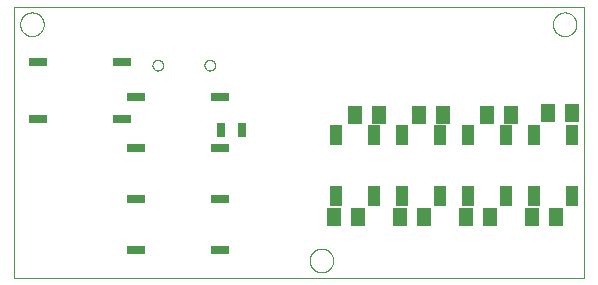
<source format=gtp>
G75*
%MOIN*%
%OFA0B0*%
%FSLAX25Y25*%
%IPPOS*%
%LPD*%
%AMOC8*
5,1,8,0,0,1.08239X$1,22.5*
%
%ADD10C,0.00000*%
%ADD11R,0.03937X0.06500*%
%ADD12R,0.03150X0.04724*%
%ADD13R,0.05118X0.05906*%
%ADD14R,0.06000X0.03000*%
D10*
X0001250Y0006360D02*
X0001250Y0096911D01*
X0191250Y0096911D01*
X0191250Y0006360D01*
X0001250Y0006360D01*
X0099675Y0012266D02*
X0099677Y0012391D01*
X0099683Y0012516D01*
X0099693Y0012640D01*
X0099707Y0012764D01*
X0099724Y0012888D01*
X0099746Y0013011D01*
X0099772Y0013133D01*
X0099801Y0013255D01*
X0099834Y0013375D01*
X0099872Y0013494D01*
X0099912Y0013613D01*
X0099957Y0013729D01*
X0100005Y0013844D01*
X0100057Y0013958D01*
X0100113Y0014070D01*
X0100172Y0014180D01*
X0100234Y0014288D01*
X0100300Y0014395D01*
X0100369Y0014499D01*
X0100442Y0014600D01*
X0100517Y0014700D01*
X0100596Y0014797D01*
X0100678Y0014891D01*
X0100763Y0014983D01*
X0100850Y0015072D01*
X0100941Y0015158D01*
X0101034Y0015241D01*
X0101130Y0015322D01*
X0101228Y0015399D01*
X0101328Y0015473D01*
X0101431Y0015544D01*
X0101536Y0015611D01*
X0101644Y0015676D01*
X0101753Y0015736D01*
X0101864Y0015794D01*
X0101977Y0015847D01*
X0102091Y0015897D01*
X0102207Y0015944D01*
X0102324Y0015986D01*
X0102443Y0016025D01*
X0102563Y0016061D01*
X0102684Y0016092D01*
X0102806Y0016120D01*
X0102928Y0016143D01*
X0103052Y0016163D01*
X0103176Y0016179D01*
X0103300Y0016191D01*
X0103425Y0016199D01*
X0103550Y0016203D01*
X0103674Y0016203D01*
X0103799Y0016199D01*
X0103924Y0016191D01*
X0104048Y0016179D01*
X0104172Y0016163D01*
X0104296Y0016143D01*
X0104418Y0016120D01*
X0104540Y0016092D01*
X0104661Y0016061D01*
X0104781Y0016025D01*
X0104900Y0015986D01*
X0105017Y0015944D01*
X0105133Y0015897D01*
X0105247Y0015847D01*
X0105360Y0015794D01*
X0105471Y0015736D01*
X0105581Y0015676D01*
X0105688Y0015611D01*
X0105793Y0015544D01*
X0105896Y0015473D01*
X0105996Y0015399D01*
X0106094Y0015322D01*
X0106190Y0015241D01*
X0106283Y0015158D01*
X0106374Y0015072D01*
X0106461Y0014983D01*
X0106546Y0014891D01*
X0106628Y0014797D01*
X0106707Y0014700D01*
X0106782Y0014600D01*
X0106855Y0014499D01*
X0106924Y0014395D01*
X0106990Y0014288D01*
X0107052Y0014180D01*
X0107111Y0014070D01*
X0107167Y0013958D01*
X0107219Y0013844D01*
X0107267Y0013729D01*
X0107312Y0013613D01*
X0107352Y0013494D01*
X0107390Y0013375D01*
X0107423Y0013255D01*
X0107452Y0013133D01*
X0107478Y0013011D01*
X0107500Y0012888D01*
X0107517Y0012764D01*
X0107531Y0012640D01*
X0107541Y0012516D01*
X0107547Y0012391D01*
X0107549Y0012266D01*
X0107547Y0012141D01*
X0107541Y0012016D01*
X0107531Y0011892D01*
X0107517Y0011768D01*
X0107500Y0011644D01*
X0107478Y0011521D01*
X0107452Y0011399D01*
X0107423Y0011277D01*
X0107390Y0011157D01*
X0107352Y0011038D01*
X0107312Y0010919D01*
X0107267Y0010803D01*
X0107219Y0010688D01*
X0107167Y0010574D01*
X0107111Y0010462D01*
X0107052Y0010352D01*
X0106990Y0010244D01*
X0106924Y0010137D01*
X0106855Y0010033D01*
X0106782Y0009932D01*
X0106707Y0009832D01*
X0106628Y0009735D01*
X0106546Y0009641D01*
X0106461Y0009549D01*
X0106374Y0009460D01*
X0106283Y0009374D01*
X0106190Y0009291D01*
X0106094Y0009210D01*
X0105996Y0009133D01*
X0105896Y0009059D01*
X0105793Y0008988D01*
X0105688Y0008921D01*
X0105580Y0008856D01*
X0105471Y0008796D01*
X0105360Y0008738D01*
X0105247Y0008685D01*
X0105133Y0008635D01*
X0105017Y0008588D01*
X0104900Y0008546D01*
X0104781Y0008507D01*
X0104661Y0008471D01*
X0104540Y0008440D01*
X0104418Y0008412D01*
X0104296Y0008389D01*
X0104172Y0008369D01*
X0104048Y0008353D01*
X0103924Y0008341D01*
X0103799Y0008333D01*
X0103674Y0008329D01*
X0103550Y0008329D01*
X0103425Y0008333D01*
X0103300Y0008341D01*
X0103176Y0008353D01*
X0103052Y0008369D01*
X0102928Y0008389D01*
X0102806Y0008412D01*
X0102684Y0008440D01*
X0102563Y0008471D01*
X0102443Y0008507D01*
X0102324Y0008546D01*
X0102207Y0008588D01*
X0102091Y0008635D01*
X0101977Y0008685D01*
X0101864Y0008738D01*
X0101753Y0008796D01*
X0101643Y0008856D01*
X0101536Y0008921D01*
X0101431Y0008988D01*
X0101328Y0009059D01*
X0101228Y0009133D01*
X0101130Y0009210D01*
X0101034Y0009291D01*
X0100941Y0009374D01*
X0100850Y0009460D01*
X0100763Y0009549D01*
X0100678Y0009641D01*
X0100596Y0009735D01*
X0100517Y0009832D01*
X0100442Y0009932D01*
X0100369Y0010033D01*
X0100300Y0010137D01*
X0100234Y0010244D01*
X0100172Y0010352D01*
X0100113Y0010462D01*
X0100057Y0010574D01*
X0100005Y0010688D01*
X0099957Y0010803D01*
X0099912Y0010919D01*
X0099872Y0011038D01*
X0099834Y0011157D01*
X0099801Y0011277D01*
X0099772Y0011399D01*
X0099746Y0011521D01*
X0099724Y0011644D01*
X0099707Y0011768D01*
X0099693Y0011892D01*
X0099683Y0012016D01*
X0099677Y0012141D01*
X0099675Y0012266D01*
X0064639Y0077360D02*
X0064641Y0077444D01*
X0064647Y0077527D01*
X0064657Y0077610D01*
X0064671Y0077693D01*
X0064688Y0077775D01*
X0064710Y0077856D01*
X0064735Y0077935D01*
X0064764Y0078014D01*
X0064797Y0078091D01*
X0064833Y0078166D01*
X0064873Y0078240D01*
X0064916Y0078312D01*
X0064963Y0078381D01*
X0065013Y0078448D01*
X0065066Y0078513D01*
X0065122Y0078575D01*
X0065180Y0078635D01*
X0065242Y0078692D01*
X0065306Y0078745D01*
X0065373Y0078796D01*
X0065442Y0078843D01*
X0065513Y0078888D01*
X0065586Y0078928D01*
X0065661Y0078965D01*
X0065738Y0078999D01*
X0065816Y0079029D01*
X0065895Y0079055D01*
X0065976Y0079078D01*
X0066058Y0079096D01*
X0066140Y0079111D01*
X0066223Y0079122D01*
X0066306Y0079129D01*
X0066390Y0079132D01*
X0066474Y0079131D01*
X0066557Y0079126D01*
X0066641Y0079117D01*
X0066723Y0079104D01*
X0066805Y0079088D01*
X0066886Y0079067D01*
X0066967Y0079043D01*
X0067045Y0079015D01*
X0067123Y0078983D01*
X0067199Y0078947D01*
X0067273Y0078908D01*
X0067345Y0078866D01*
X0067415Y0078820D01*
X0067483Y0078771D01*
X0067548Y0078719D01*
X0067611Y0078664D01*
X0067671Y0078606D01*
X0067729Y0078545D01*
X0067783Y0078481D01*
X0067835Y0078415D01*
X0067883Y0078347D01*
X0067928Y0078276D01*
X0067969Y0078203D01*
X0068008Y0078129D01*
X0068042Y0078053D01*
X0068073Y0077975D01*
X0068100Y0077896D01*
X0068124Y0077815D01*
X0068143Y0077734D01*
X0068159Y0077652D01*
X0068171Y0077569D01*
X0068179Y0077485D01*
X0068183Y0077402D01*
X0068183Y0077318D01*
X0068179Y0077235D01*
X0068171Y0077151D01*
X0068159Y0077068D01*
X0068143Y0076986D01*
X0068124Y0076905D01*
X0068100Y0076824D01*
X0068073Y0076745D01*
X0068042Y0076667D01*
X0068008Y0076591D01*
X0067969Y0076517D01*
X0067928Y0076444D01*
X0067883Y0076373D01*
X0067835Y0076305D01*
X0067783Y0076239D01*
X0067729Y0076175D01*
X0067671Y0076114D01*
X0067611Y0076056D01*
X0067548Y0076001D01*
X0067483Y0075949D01*
X0067415Y0075900D01*
X0067345Y0075854D01*
X0067273Y0075812D01*
X0067199Y0075773D01*
X0067123Y0075737D01*
X0067045Y0075705D01*
X0066967Y0075677D01*
X0066886Y0075653D01*
X0066805Y0075632D01*
X0066723Y0075616D01*
X0066641Y0075603D01*
X0066557Y0075594D01*
X0066474Y0075589D01*
X0066390Y0075588D01*
X0066306Y0075591D01*
X0066223Y0075598D01*
X0066140Y0075609D01*
X0066058Y0075624D01*
X0065976Y0075642D01*
X0065895Y0075665D01*
X0065816Y0075691D01*
X0065738Y0075721D01*
X0065661Y0075755D01*
X0065586Y0075792D01*
X0065513Y0075832D01*
X0065442Y0075877D01*
X0065373Y0075924D01*
X0065306Y0075975D01*
X0065242Y0076028D01*
X0065180Y0076085D01*
X0065122Y0076145D01*
X0065066Y0076207D01*
X0065013Y0076272D01*
X0064963Y0076339D01*
X0064916Y0076408D01*
X0064873Y0076480D01*
X0064833Y0076554D01*
X0064797Y0076629D01*
X0064764Y0076706D01*
X0064735Y0076785D01*
X0064710Y0076864D01*
X0064688Y0076945D01*
X0064671Y0077027D01*
X0064657Y0077110D01*
X0064647Y0077193D01*
X0064641Y0077276D01*
X0064639Y0077360D01*
X0047317Y0077360D02*
X0047319Y0077444D01*
X0047325Y0077527D01*
X0047335Y0077610D01*
X0047349Y0077693D01*
X0047366Y0077775D01*
X0047388Y0077856D01*
X0047413Y0077935D01*
X0047442Y0078014D01*
X0047475Y0078091D01*
X0047511Y0078166D01*
X0047551Y0078240D01*
X0047594Y0078312D01*
X0047641Y0078381D01*
X0047691Y0078448D01*
X0047744Y0078513D01*
X0047800Y0078575D01*
X0047858Y0078635D01*
X0047920Y0078692D01*
X0047984Y0078745D01*
X0048051Y0078796D01*
X0048120Y0078843D01*
X0048191Y0078888D01*
X0048264Y0078928D01*
X0048339Y0078965D01*
X0048416Y0078999D01*
X0048494Y0079029D01*
X0048573Y0079055D01*
X0048654Y0079078D01*
X0048736Y0079096D01*
X0048818Y0079111D01*
X0048901Y0079122D01*
X0048984Y0079129D01*
X0049068Y0079132D01*
X0049152Y0079131D01*
X0049235Y0079126D01*
X0049319Y0079117D01*
X0049401Y0079104D01*
X0049483Y0079088D01*
X0049564Y0079067D01*
X0049645Y0079043D01*
X0049723Y0079015D01*
X0049801Y0078983D01*
X0049877Y0078947D01*
X0049951Y0078908D01*
X0050023Y0078866D01*
X0050093Y0078820D01*
X0050161Y0078771D01*
X0050226Y0078719D01*
X0050289Y0078664D01*
X0050349Y0078606D01*
X0050407Y0078545D01*
X0050461Y0078481D01*
X0050513Y0078415D01*
X0050561Y0078347D01*
X0050606Y0078276D01*
X0050647Y0078203D01*
X0050686Y0078129D01*
X0050720Y0078053D01*
X0050751Y0077975D01*
X0050778Y0077896D01*
X0050802Y0077815D01*
X0050821Y0077734D01*
X0050837Y0077652D01*
X0050849Y0077569D01*
X0050857Y0077485D01*
X0050861Y0077402D01*
X0050861Y0077318D01*
X0050857Y0077235D01*
X0050849Y0077151D01*
X0050837Y0077068D01*
X0050821Y0076986D01*
X0050802Y0076905D01*
X0050778Y0076824D01*
X0050751Y0076745D01*
X0050720Y0076667D01*
X0050686Y0076591D01*
X0050647Y0076517D01*
X0050606Y0076444D01*
X0050561Y0076373D01*
X0050513Y0076305D01*
X0050461Y0076239D01*
X0050407Y0076175D01*
X0050349Y0076114D01*
X0050289Y0076056D01*
X0050226Y0076001D01*
X0050161Y0075949D01*
X0050093Y0075900D01*
X0050023Y0075854D01*
X0049951Y0075812D01*
X0049877Y0075773D01*
X0049801Y0075737D01*
X0049723Y0075705D01*
X0049645Y0075677D01*
X0049564Y0075653D01*
X0049483Y0075632D01*
X0049401Y0075616D01*
X0049319Y0075603D01*
X0049235Y0075594D01*
X0049152Y0075589D01*
X0049068Y0075588D01*
X0048984Y0075591D01*
X0048901Y0075598D01*
X0048818Y0075609D01*
X0048736Y0075624D01*
X0048654Y0075642D01*
X0048573Y0075665D01*
X0048494Y0075691D01*
X0048416Y0075721D01*
X0048339Y0075755D01*
X0048264Y0075792D01*
X0048191Y0075832D01*
X0048120Y0075877D01*
X0048051Y0075924D01*
X0047984Y0075975D01*
X0047920Y0076028D01*
X0047858Y0076085D01*
X0047800Y0076145D01*
X0047744Y0076207D01*
X0047691Y0076272D01*
X0047641Y0076339D01*
X0047594Y0076408D01*
X0047551Y0076480D01*
X0047511Y0076554D01*
X0047475Y0076629D01*
X0047442Y0076706D01*
X0047413Y0076785D01*
X0047388Y0076864D01*
X0047366Y0076945D01*
X0047349Y0077027D01*
X0047335Y0077110D01*
X0047325Y0077193D01*
X0047319Y0077276D01*
X0047317Y0077360D01*
X0003219Y0091006D02*
X0003221Y0091131D01*
X0003227Y0091256D01*
X0003237Y0091380D01*
X0003251Y0091504D01*
X0003268Y0091628D01*
X0003290Y0091751D01*
X0003316Y0091873D01*
X0003345Y0091995D01*
X0003378Y0092115D01*
X0003416Y0092234D01*
X0003456Y0092353D01*
X0003501Y0092469D01*
X0003549Y0092584D01*
X0003601Y0092698D01*
X0003657Y0092810D01*
X0003716Y0092920D01*
X0003778Y0093028D01*
X0003844Y0093135D01*
X0003913Y0093239D01*
X0003986Y0093340D01*
X0004061Y0093440D01*
X0004140Y0093537D01*
X0004222Y0093631D01*
X0004307Y0093723D01*
X0004394Y0093812D01*
X0004485Y0093898D01*
X0004578Y0093981D01*
X0004674Y0094062D01*
X0004772Y0094139D01*
X0004872Y0094213D01*
X0004975Y0094284D01*
X0005080Y0094351D01*
X0005188Y0094416D01*
X0005297Y0094476D01*
X0005408Y0094534D01*
X0005521Y0094587D01*
X0005635Y0094637D01*
X0005751Y0094684D01*
X0005868Y0094726D01*
X0005987Y0094765D01*
X0006107Y0094801D01*
X0006228Y0094832D01*
X0006350Y0094860D01*
X0006472Y0094883D01*
X0006596Y0094903D01*
X0006720Y0094919D01*
X0006844Y0094931D01*
X0006969Y0094939D01*
X0007094Y0094943D01*
X0007218Y0094943D01*
X0007343Y0094939D01*
X0007468Y0094931D01*
X0007592Y0094919D01*
X0007716Y0094903D01*
X0007840Y0094883D01*
X0007962Y0094860D01*
X0008084Y0094832D01*
X0008205Y0094801D01*
X0008325Y0094765D01*
X0008444Y0094726D01*
X0008561Y0094684D01*
X0008677Y0094637D01*
X0008791Y0094587D01*
X0008904Y0094534D01*
X0009015Y0094476D01*
X0009125Y0094416D01*
X0009232Y0094351D01*
X0009337Y0094284D01*
X0009440Y0094213D01*
X0009540Y0094139D01*
X0009638Y0094062D01*
X0009734Y0093981D01*
X0009827Y0093898D01*
X0009918Y0093812D01*
X0010005Y0093723D01*
X0010090Y0093631D01*
X0010172Y0093537D01*
X0010251Y0093440D01*
X0010326Y0093340D01*
X0010399Y0093239D01*
X0010468Y0093135D01*
X0010534Y0093028D01*
X0010596Y0092920D01*
X0010655Y0092810D01*
X0010711Y0092698D01*
X0010763Y0092584D01*
X0010811Y0092469D01*
X0010856Y0092353D01*
X0010896Y0092234D01*
X0010934Y0092115D01*
X0010967Y0091995D01*
X0010996Y0091873D01*
X0011022Y0091751D01*
X0011044Y0091628D01*
X0011061Y0091504D01*
X0011075Y0091380D01*
X0011085Y0091256D01*
X0011091Y0091131D01*
X0011093Y0091006D01*
X0011091Y0090881D01*
X0011085Y0090756D01*
X0011075Y0090632D01*
X0011061Y0090508D01*
X0011044Y0090384D01*
X0011022Y0090261D01*
X0010996Y0090139D01*
X0010967Y0090017D01*
X0010934Y0089897D01*
X0010896Y0089778D01*
X0010856Y0089659D01*
X0010811Y0089543D01*
X0010763Y0089428D01*
X0010711Y0089314D01*
X0010655Y0089202D01*
X0010596Y0089092D01*
X0010534Y0088984D01*
X0010468Y0088877D01*
X0010399Y0088773D01*
X0010326Y0088672D01*
X0010251Y0088572D01*
X0010172Y0088475D01*
X0010090Y0088381D01*
X0010005Y0088289D01*
X0009918Y0088200D01*
X0009827Y0088114D01*
X0009734Y0088031D01*
X0009638Y0087950D01*
X0009540Y0087873D01*
X0009440Y0087799D01*
X0009337Y0087728D01*
X0009232Y0087661D01*
X0009124Y0087596D01*
X0009015Y0087536D01*
X0008904Y0087478D01*
X0008791Y0087425D01*
X0008677Y0087375D01*
X0008561Y0087328D01*
X0008444Y0087286D01*
X0008325Y0087247D01*
X0008205Y0087211D01*
X0008084Y0087180D01*
X0007962Y0087152D01*
X0007840Y0087129D01*
X0007716Y0087109D01*
X0007592Y0087093D01*
X0007468Y0087081D01*
X0007343Y0087073D01*
X0007218Y0087069D01*
X0007094Y0087069D01*
X0006969Y0087073D01*
X0006844Y0087081D01*
X0006720Y0087093D01*
X0006596Y0087109D01*
X0006472Y0087129D01*
X0006350Y0087152D01*
X0006228Y0087180D01*
X0006107Y0087211D01*
X0005987Y0087247D01*
X0005868Y0087286D01*
X0005751Y0087328D01*
X0005635Y0087375D01*
X0005521Y0087425D01*
X0005408Y0087478D01*
X0005297Y0087536D01*
X0005187Y0087596D01*
X0005080Y0087661D01*
X0004975Y0087728D01*
X0004872Y0087799D01*
X0004772Y0087873D01*
X0004674Y0087950D01*
X0004578Y0088031D01*
X0004485Y0088114D01*
X0004394Y0088200D01*
X0004307Y0088289D01*
X0004222Y0088381D01*
X0004140Y0088475D01*
X0004061Y0088572D01*
X0003986Y0088672D01*
X0003913Y0088773D01*
X0003844Y0088877D01*
X0003778Y0088984D01*
X0003716Y0089092D01*
X0003657Y0089202D01*
X0003601Y0089314D01*
X0003549Y0089428D01*
X0003501Y0089543D01*
X0003456Y0089659D01*
X0003416Y0089778D01*
X0003378Y0089897D01*
X0003345Y0090017D01*
X0003316Y0090139D01*
X0003290Y0090261D01*
X0003268Y0090384D01*
X0003251Y0090508D01*
X0003237Y0090632D01*
X0003227Y0090756D01*
X0003221Y0090881D01*
X0003219Y0091006D01*
X0180778Y0091006D02*
X0180780Y0091131D01*
X0180786Y0091256D01*
X0180796Y0091380D01*
X0180810Y0091504D01*
X0180827Y0091628D01*
X0180849Y0091751D01*
X0180875Y0091873D01*
X0180904Y0091995D01*
X0180937Y0092115D01*
X0180975Y0092234D01*
X0181015Y0092353D01*
X0181060Y0092469D01*
X0181108Y0092584D01*
X0181160Y0092698D01*
X0181216Y0092810D01*
X0181275Y0092920D01*
X0181337Y0093028D01*
X0181403Y0093135D01*
X0181472Y0093239D01*
X0181545Y0093340D01*
X0181620Y0093440D01*
X0181699Y0093537D01*
X0181781Y0093631D01*
X0181866Y0093723D01*
X0181953Y0093812D01*
X0182044Y0093898D01*
X0182137Y0093981D01*
X0182233Y0094062D01*
X0182331Y0094139D01*
X0182431Y0094213D01*
X0182534Y0094284D01*
X0182639Y0094351D01*
X0182747Y0094416D01*
X0182856Y0094476D01*
X0182967Y0094534D01*
X0183080Y0094587D01*
X0183194Y0094637D01*
X0183310Y0094684D01*
X0183427Y0094726D01*
X0183546Y0094765D01*
X0183666Y0094801D01*
X0183787Y0094832D01*
X0183909Y0094860D01*
X0184031Y0094883D01*
X0184155Y0094903D01*
X0184279Y0094919D01*
X0184403Y0094931D01*
X0184528Y0094939D01*
X0184653Y0094943D01*
X0184777Y0094943D01*
X0184902Y0094939D01*
X0185027Y0094931D01*
X0185151Y0094919D01*
X0185275Y0094903D01*
X0185399Y0094883D01*
X0185521Y0094860D01*
X0185643Y0094832D01*
X0185764Y0094801D01*
X0185884Y0094765D01*
X0186003Y0094726D01*
X0186120Y0094684D01*
X0186236Y0094637D01*
X0186350Y0094587D01*
X0186463Y0094534D01*
X0186574Y0094476D01*
X0186684Y0094416D01*
X0186791Y0094351D01*
X0186896Y0094284D01*
X0186999Y0094213D01*
X0187099Y0094139D01*
X0187197Y0094062D01*
X0187293Y0093981D01*
X0187386Y0093898D01*
X0187477Y0093812D01*
X0187564Y0093723D01*
X0187649Y0093631D01*
X0187731Y0093537D01*
X0187810Y0093440D01*
X0187885Y0093340D01*
X0187958Y0093239D01*
X0188027Y0093135D01*
X0188093Y0093028D01*
X0188155Y0092920D01*
X0188214Y0092810D01*
X0188270Y0092698D01*
X0188322Y0092584D01*
X0188370Y0092469D01*
X0188415Y0092353D01*
X0188455Y0092234D01*
X0188493Y0092115D01*
X0188526Y0091995D01*
X0188555Y0091873D01*
X0188581Y0091751D01*
X0188603Y0091628D01*
X0188620Y0091504D01*
X0188634Y0091380D01*
X0188644Y0091256D01*
X0188650Y0091131D01*
X0188652Y0091006D01*
X0188650Y0090881D01*
X0188644Y0090756D01*
X0188634Y0090632D01*
X0188620Y0090508D01*
X0188603Y0090384D01*
X0188581Y0090261D01*
X0188555Y0090139D01*
X0188526Y0090017D01*
X0188493Y0089897D01*
X0188455Y0089778D01*
X0188415Y0089659D01*
X0188370Y0089543D01*
X0188322Y0089428D01*
X0188270Y0089314D01*
X0188214Y0089202D01*
X0188155Y0089092D01*
X0188093Y0088984D01*
X0188027Y0088877D01*
X0187958Y0088773D01*
X0187885Y0088672D01*
X0187810Y0088572D01*
X0187731Y0088475D01*
X0187649Y0088381D01*
X0187564Y0088289D01*
X0187477Y0088200D01*
X0187386Y0088114D01*
X0187293Y0088031D01*
X0187197Y0087950D01*
X0187099Y0087873D01*
X0186999Y0087799D01*
X0186896Y0087728D01*
X0186791Y0087661D01*
X0186683Y0087596D01*
X0186574Y0087536D01*
X0186463Y0087478D01*
X0186350Y0087425D01*
X0186236Y0087375D01*
X0186120Y0087328D01*
X0186003Y0087286D01*
X0185884Y0087247D01*
X0185764Y0087211D01*
X0185643Y0087180D01*
X0185521Y0087152D01*
X0185399Y0087129D01*
X0185275Y0087109D01*
X0185151Y0087093D01*
X0185027Y0087081D01*
X0184902Y0087073D01*
X0184777Y0087069D01*
X0184653Y0087069D01*
X0184528Y0087073D01*
X0184403Y0087081D01*
X0184279Y0087093D01*
X0184155Y0087109D01*
X0184031Y0087129D01*
X0183909Y0087152D01*
X0183787Y0087180D01*
X0183666Y0087211D01*
X0183546Y0087247D01*
X0183427Y0087286D01*
X0183310Y0087328D01*
X0183194Y0087375D01*
X0183080Y0087425D01*
X0182967Y0087478D01*
X0182856Y0087536D01*
X0182746Y0087596D01*
X0182639Y0087661D01*
X0182534Y0087728D01*
X0182431Y0087799D01*
X0182331Y0087873D01*
X0182233Y0087950D01*
X0182137Y0088031D01*
X0182044Y0088114D01*
X0181953Y0088200D01*
X0181866Y0088289D01*
X0181781Y0088381D01*
X0181699Y0088475D01*
X0181620Y0088572D01*
X0181545Y0088672D01*
X0181472Y0088773D01*
X0181403Y0088877D01*
X0181337Y0088984D01*
X0181275Y0089092D01*
X0181216Y0089202D01*
X0181160Y0089314D01*
X0181108Y0089428D01*
X0181060Y0089543D01*
X0181015Y0089659D01*
X0180975Y0089778D01*
X0180937Y0089897D01*
X0180904Y0090017D01*
X0180875Y0090139D01*
X0180849Y0090261D01*
X0180827Y0090384D01*
X0180810Y0090508D01*
X0180796Y0090632D01*
X0180786Y0090756D01*
X0180780Y0090881D01*
X0180778Y0091006D01*
D11*
X0187049Y0054006D03*
X0174451Y0054006D03*
X0165049Y0054006D03*
X0152451Y0054006D03*
X0143049Y0054006D03*
X0130451Y0054006D03*
X0121049Y0054006D03*
X0108451Y0054006D03*
X0108451Y0033714D03*
X0121049Y0033714D03*
X0130451Y0033714D03*
X0143049Y0033714D03*
X0152451Y0033714D03*
X0165049Y0033714D03*
X0174451Y0033714D03*
X0187049Y0033714D03*
D12*
X0077293Y0055860D03*
X0070207Y0055860D03*
D13*
X0114813Y0060860D03*
X0122687Y0060860D03*
X0136313Y0060860D03*
X0144187Y0060860D03*
X0158813Y0060860D03*
X0166687Y0060860D03*
X0179313Y0061360D03*
X0187187Y0061360D03*
X0181687Y0026860D03*
X0173813Y0026860D03*
X0159687Y0026860D03*
X0151813Y0026860D03*
X0137687Y0026860D03*
X0129813Y0026860D03*
X0115687Y0026860D03*
X0107813Y0026860D03*
D14*
X0069750Y0032860D03*
X0041750Y0032860D03*
X0041750Y0049860D03*
X0037250Y0059423D03*
X0041750Y0066860D03*
X0037250Y0078360D03*
X0009250Y0078360D03*
X0009250Y0059423D03*
X0069750Y0066860D03*
X0069750Y0049860D03*
X0069750Y0015860D03*
X0041750Y0015860D03*
M02*

</source>
